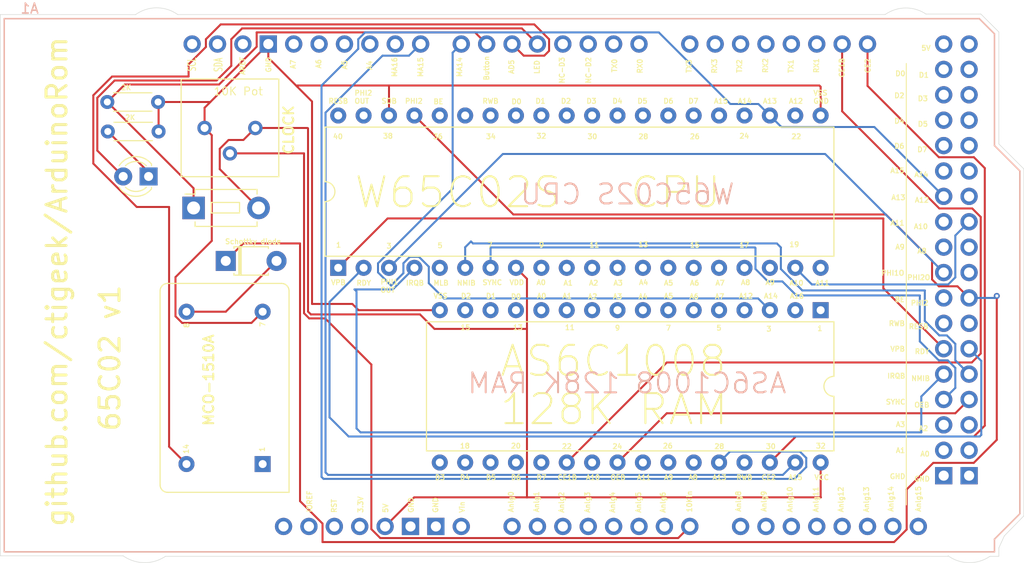
<source format=kicad_pcb>
(kicad_pcb (version 20240108) (generator "pcbnew") (generator_version "8.0")
  (layers (0 "F.Cu" signal) (1 "In1.Cu" signal) (2 "In2.Cu" signal) (31 "B.Cu" signal) (34 "B.Paste" user) (35 "F.Paste" user) (36 "B.SilkS" user "B.Silkscreen") (37 "F.SilkS" user "F.Silkscreen") (38 "B.Mask" user) (39 "F.Mask" user) (44 "Edge.Cuts" user))
  (net 0 "")
  (net 1 "/A7")
  (net 4 "/D3")
  (net 5 "/VPB")
  (net 6 "/A2")
  (net 9 "/D0")
  (net 10 "/A3")
  (net 14 "/D6")
  (net 15 "/D7")
  (net 16 "/RWB")
  (net 18 "Net-(A1-PadD6)")
  (net 20 "/IRQB")
  (net 21 "/A1")
  (net 22 "/LED")
  (net 27 "/PHI1O")
  (net 28 "/A9")
  (net 34 "Net-(A1-PadA7)")
  (net 39 "/MA15")
  (net 40 "/A13")
  (net 41 "/RDY")
  (net 42 "/A15")
  (net 44 "/MA14")
  (net 45 "/NMIB")
  (net 47 "/SYNC")
  (net 49 "/5V1")
  (net 52 "/MA16")
  (net 53 "/A0")
  (net 54 "/D2")
  (net 55 "/A4")
  (net 59 "/A10")
  (net 60 "/A11")
  (net 62 "/D1")
  (net 64 "/PHI2O")
  (net 65 "/D4")
  (net 66 "/A5")
  (net 67 "Net-(D1-A)")
  (net 71 "/D5")
  (net 72 "/BE")
  (net 73 "/RESB")
  (net 75 "/A12")
  (net 77 "/A14")
  (net 79 "/A8")
  (net 80 "/A6")
  (net 83 "/PHI2")
  (net 84 "/OEB")
  (net 85 "/CE1B")
  (net 86 "/CE2")
  (net 88 "/GND1")
  (net 89 "Net-(D2-K)")
  (net 91 "/AD5")
  (footprint "Potentiometer_THT:Potentiometer_Bourns_3386P_Vertical" (layer "F.Cu") (at 119.55 64.7 -90)
    (property "Reference" "RV1" (hide yes))
    (property "Value" "R_Potentiometer_US" (hide yes))
  )
  (footprint "Package_DIP:DIP-32_W15.24mm" (layer "F.Cu") (at 181.18 82.925 -90)
    (property "Reference" "U2" (hide yes))
    (property "Value" "AS6C1008-xxP" (hide yes))
  )
  (footprint "Button_Switch_THT:SW_PUSH_1P1T_6x3.5mm_H4.3_APEM_MJTP1243" (layer "F.Cu") (at 118.45 72.7)
    (property "Reference" "SW1" (hide yes))
    (property "Value" "SW_Push" (hide yes))
  )
  (footprint "Package_DIP:DIP-40_W15.24mm" (layer "F.Cu") (at 132.92 78.69 90)
    (property "Reference" "U1" (hide yes))
    (property "Value" "W65C02SxP" (hide yes))
  )
  (footprint "Resistor_THT:R_Axial_DIN0204_L3.6mm_D1.6mm_P5.08mm_Horizontal" (layer "F.Cu") (at 114.9 62.1 180)
    (property "Reference" "R1" (hide yes))
    (property "Value" "2k")
  )
  (footprint "Diode_THT:D_T-1_P5.08mm_Horizontal" (layer "F.Cu") (at 121.67 78)
    (property "Reference" "D1" (hide yes))
    (property "Value" "D_Schottky" (hide yes))
  )
  (footprint "arduino-library:Arduino_Mega2560_R3_Shield" (layer "F.Cu") (at 99.51 107.101118)
    (property "Reference" "A1")
    (property "Value" "Arduino_Mega2560_R3_Shield")
    (fp_line (start -0.4 -53.75) (end -0.4 0.4) (stroke (width 0.05)) (layer "Edge.Cuts"))
    (fp_line (start -0.4 0.4) (end 11.9 0.4) (stroke (width 0.05)) (layer "Edge.Cuts"))
    (fp_line (start 13.14063 -53.743307) (end -0.4 -53.75) (stroke (width 0.05)) (layer "Edge.Cuts"))
    (fp_line (start 16.131633 0.447063) (end 94.4 0.45) (stroke (width 0.05)) (layer "Edge.Cuts"))
    (fp_line (start 88.132352 -53.753782) (end 17.35 -53.75) (stroke (width 0.05)) (layer "Edge.Cuts"))
    (fp_line (start 94.4 0.45) (end 94.433403 0.403391) (stroke (width 0.05)) (layer "Edge.Cuts"))
    (fp_line (start 97.7 -53.8) (end 92.2 -53.8) (stroke (width 0.05)) (layer "Edge.Cuts"))
    (fp_line (start 99.5 -52) (end 97.7 -53.8) (stroke (width 0.05)) (layer "Edge.Cuts"))
    (fp_line (start 99.5 -40.8) (end 99.5 -52) (stroke (width 0.05)) (layer "Edge.Cuts"))
    (fp_line (start 99.5 -0.4) (end 99.5 0.45) (stroke (width 0.05)) (layer "Edge.Cuts"))
    (fp_line (start 99.5 0.45) (end 98.6 0.45) (stroke (width 0.05)) (layer "Edge.Cuts"))
    (fp_line (start 100.05 -1.6) (end 99.5 -0.4) (stroke (width 0.05)) (layer "Edge.Cuts"))
    (fp_line (start 102 -38.3) (end 99.5 -40.8) (stroke (width 0.05)) (layer "Edge.Cuts"))
    (fp_line (start 102 -3.6) (end 100.05 -1.6) (stroke (width 0.05)) (layer "Edge.Cuts"))
    (fp_line (start 102 -3.6) (end 102 -38.3) (stroke (width 0.05)) (layer "Edge.Cuts"))
    (fp_arc (start 13.14063 -53.743307) (mid 15.244243 -54.421114) (end 17.35 -53.75) (stroke (width 0.05)) (layer "Edge.Cuts"))
    (fp_arc (start 16.131633 0.447063) (mid 14.0085 1.08139) (end 11.9 0.399999) (stroke (width 0.05)) (layer "Edge.Cuts"))
    (fp_arc (start 88.132352 -53.753782) (mid 90.159036 -54.405318) (end 92.2 -53.8) (stroke (width 0.05)) (layer "Edge.Cuts"))
    (fp_arc (start 98.6 0.45) (mid 96.509357 1.083297) (end 94.433403 0.403391) (stroke (width 0.05)) (layer "Edge.Cuts"))
  )
  (footprint "Oscillator:Oscillator_DIP-14" (layer "F.Cu") (at 125.36 98.32 90)
    (property "Reference" "Y1" (hide yes))
    (property "Value" "1MHz")
  )
  (footprint "Resistor_THT:R_Axial_DIN0204_L3.6mm_D1.6mm_P5.08mm_Horizontal" (layer "F.Cu") (at 114.95 65.05 180)
    (property "Reference" "R2" (hide yes))
    (property "Value" "2k")
  )
  (footprint "LED_THT:LED_D3.0mm" (layer "F.Cu") (at 113.95 69.55 180)
    (property "Reference" "D2" (hide yes))
    (property "Value" "LED" (hide yes))
  )
  (gr_line (start 189.75 58.25) (end 189.75 102.4) (stroke (width 0.1)) (layer "F.SilkS"))
  (gr_text "AS6C1008 128K RAM" (at 177.9 91.4 0) (layer "B.SilkS") (effects (font (size 2 2) (thickness 0.2)) (justify left bottom mirror)))
  (gr_text "W65C02S CPU" (at 172.7 72.5 0) (layer "B.SilkS") (effects (font (size 2 2) (thickness 0.2)) (justify left bottom mirror)))
  (gr_text "A15" (at 177.9 99.95 0) (layer "F.SilkS") (effects (font (size 0.5 0.5) (thickness 0.1)) (justify left bottom)))
  (gr_text "A5" (at 165.45 80.5 0) (layer "F.SilkS") (effects (font (size 0.5 0.5) (thickness 0.1)) (justify left bottom)))
  (gr_text "A6" (at 168.05 80.5 0) (layer "F.SilkS") (effects (font (size 0.5 0.5) (thickness 0.1)) (justify left bottom)))
  (gr_text "A7" (at 170.6 80.5 0) (layer "F.SilkS") (effects (font (size 0.5 0.5) (thickness 0.1)) (justify left bottom)))
  (gr_text "D4" (at 188.5 64.3 0) (layer "F.SilkS") (effects (font (size 0.5 0.5) (thickness 0.1)) (justify left bottom)))
  (gr_text "A4" (at 162.9 81.85 0) (layer "F.SilkS") (effects (font (size 0.5 0.5) (thickness 0.1)) (justify left bottom)))
  (gr_text "MLB" (at 142.4 80.5 0) (layer "F.SilkS") (effects (font (size 0.5 0.5) (thickness 0.1)) (justify left bottom)))
  (gr_text "TX1" (at 178.5 59.25 90) (layer "F.SilkS") (effects (font (size 0.5 0.5) (thickness 0.1)) (justify left bottom)))
  (gr_text "RESB" (at 131.9 62.3 0) (layer "F.SilkS") (effects (font (size 0.5 0.5) (thickness 0.1)) (justify left bottom)))
  (gr_text "65C02 v1" (at 111.25 95.2 90) (layer "F.SilkS") (effects (font (size 2 2) (thickness 0.3)) (justify left bottom)))
  (gr_text "Anlg12" (at 183.5 103.2 90) (layer "F.SilkS") (effects (font (size 0.5 0.5) (thickness 0.1)) (justify left bottom)))
  (gr_text "A3" (at 160.35 81.85 0) (layer "F.SilkS") (effects (font (size 0.5 0.5) (thickness 0.1)) (justify left bottom)))
  (gr_text "Anlg9" (at 175.8 103.15 90) (layer "F.SilkS") (effects (font (size 0.5 0.5) (thickness 0.1)) (justify left bottom)))
  (gr_text "A9" (at 188.6 76.9 0) (layer "F.SilkS") (effects (font (size 0.5 0.5) (thickness 0.1)) (justify left bottom)))
  (gr_text "D3" (at 190.85 62.05 0) (layer "F.SilkS") (effects (font (size 0.5 0.5) (thickness 0.1)) (justify left bottom)))
  (gr_text "IRQB" (at 187.8 89.8 0) (layer "F.SilkS") (effects (font (size 0.5 0.5) (thickness 0.1)) (justify left bottom)))
  (gr_text "Anlg14" (at 188.5 103.15 90) (layer "F.SilkS") (effects (font (size 0.5 0.5) (thickness 0.1)) (justify left bottom)))
  (gr_text "SYNC" (at 147.3 80.45 0) (layer "F.SilkS") (effects (font (size 0.5 0.5) (thickness 0.1)) (justify left bottom)))
  (gr_text "SOB" (at 137.2 62.3 0) (layer "F.SilkS") (effects (font (size 0.5 0.5) (thickness 0.1)) (justify left bottom)))
  (gr_text "D3" (at 142.55 99.95 0) (layer "F.SilkS") (effects (font (size 0.5 0.5) (thickness 0.1)) (justify left bottom)))
  (gr_text "Button" (at 148.05 60 90) (layer "F.SilkS") (effects (font (size 0.5 0.5) (thickness 0.1)) (justify left bottom)))
  (gr_text "D7" (at 167.9 62.3 0) (layer "F.SilkS") (effects (font (size 0.5 0.5) (thickness 0.1)) (justify left bottom)))
  (gr_text "A2" (at 157.85 81.85 0) (layer "F.SilkS") (effects (font (size 0.5 0.5) (thickness 0.1)) (justify left bottom)))
  (gr_text "CE1B" (at 154.8 99.95 0) (layer "F.SilkS") (effects (font (size 0.5 0.5) (thickness 0.1)) (justify left bottom)))
  (gr_text "9" (at 160.55 85 0) (layer "F.SilkS") (effects (font (size 0.5 0.5) (thickness 0.1)) (justify left bottom)))
  (gr_text "RWB" (at 172.7 99.95 0) (layer "F.SilkS") (effects (font (size 0.5 0.5) (thickness 0.1)) (justify left bottom)))
  (gr_text "D7" (at 152.7 99.95 0) (layer "F.SilkS") (effects (font (size 0.5 0.5) (thickness 0.1)) (justify left bottom)))
  (gr_text "SCL" (at 118.75 59.1 90) (layer "F.SilkS") (effects (font (size 0.8 0.5) (thickness 0.1)) (justify left bottom)))
  (gr_text "Anlg8" (at 173.25 103.15 90) (layer "F.SilkS") (effects (font (size 0.5 0.5) (thickness 0.1)) (justify left bottom)))
  (gr_text "D1" (at 147.65 81.8 0) (layer "F.SilkS") (effects (font (size 0.5 0.5) (thickness 0.1)) (justify left bottom)))
  (gr_text "A5" (at 165.45 81.8 0) (layer "F.SilkS") (effects (font (size 0.5 0.5) (thickness 0.1)) (justify left bottom)))
  (gr_text "GND" (at 126.25 59.2 90) (layer "F.SilkS") (effects (font (size 0.5 0.5) (thickness 0.1)) (justify left bottom)))
  (gr_text "D1" (at 190.95 59.7 0) (layer "F.SilkS") (effects (font (size 0.5 0.5) (thickness 0.1)) (justify left bottom)))
  (gr_text "VPB" (at 132.15 80.45 0) (layer "F.SilkS") (effects (font (size 0.5 0.5) (thickness 0.1)) (justify left bottom)))
  (gr_text "2K" (at 111.55 63.95 0) (layer "F.SilkS") (effects (font (size 0.5 0.5) (thickness 0.1)) (justify left bottom)))
  (gr_text "Anlg11" (at 181 103.2 90) (layer "F.SilkS") (effects (font (size 0.5 0.5) (thickness 0.1)) (justify left bottom)))
  (gr_text "10K Pot" (at 120.4 61.5 0) (layer "F.SilkS") (effects (font (size 0.8 0.8) (thickness 0.1)) (justify left bottom)))
  (gr_text "D3" (at 157.7 62.3 0) (layer "F.SilkS") (effects (font (size 0.5 0.5) (thickness 0.1)) (justify left bottom)))
  (gr_text "A1" (at 155.3 81.8 0) (layer "F.SilkS") (effects (font (size 0.5 0.5) (thickness 0.1)) (justify left bottom)))
  (gr_text "A9" (at 175.6 80.45 0) (layer "F.SilkS") (effects (font (size 0.5 0.5) (thickness 0.1)) (justify left bottom)))
  (gr_text "5V" (at 137.95 103.25 90) (layer "F.SilkS") (effects (font (size 0.5 0.5) (thickness 0.1)) (justify left bottom)))
  (gr_text "15" (at 168.05 76.7 0) (layer "F.SilkS") (effects (font (size 0.5 0.5) (thickness 0.1)) (justify left bottom)))
  (gr_text "Anlg1" (at 153.05 103.2 90) (layer "F.SilkS") (effects (font (size 0.5 0.5) (thickness 0.1)) (justify left bottom)))
  (gr_text "OEB" (at 190.5 92.7 0) (layer "F.SilkS") (effects (font (size 0.5 0.5) (thickness 0.1)) (justify left bottom)))
  (gr_text "VCC" (at 180.5 99.95 0) (layer "F.SilkS") (effects (font (size 0.5 0.5) (thickness 0.1)) (justify left bottom)))
  (gr_text "SDA" (at 121.4 59.15 90) (layer "F.SilkS") (effects (font (size 0.8 0.5) (thickness 0.1)) (justify left bottom)))
  (gr_text "LED" (at 153.1 59.35 90) (layer "F.SilkS") (effects (font (size 0.5 0.5) (thickness 0.1)) (justify left bottom)))
  (gr_text "RWB" (at 147.3 62.3 0) (layer "F.SilkS") (effects (font (size 0.5 0.5) (thickness 0.1)) (justify left bottom)))
  (gr_text "A0" (at 152.7 80.45 0) (layer "F.SilkS") (effects (font (size 0.5 0.5) (thickness 0.1)) (justify left bottom)))
  (gr_text "RESB" (at 189.95 84.85 0) (layer "F.SilkS") (effects (font (size 0.5 0.5) (thickness 0.1)) (justify left bottom)))
  (gr_text "A0" (at 191.1 97.6 0) (layer "F.SilkS") (effects (font (size 0.5 0.5) (thickness 0.1)) (justify left bottom)))
  (gr_text "Vin" (at 145.6 103.25 90) (layer "F.SilkS") (effects (font (size 0.5 0.5) (thickness 0.1)) (justify left bottom)))
  (gr_text "14" (at 118 97.35 90) (layer "F.SilkS") (effects (font (size 0.5 0.5) (thickness 0.1)) (justify left bottom)))
  (gr_text "A6" (at 131.25 58.8 90) (layer "F.SilkS") (effects (font (size 0.5 0.5) (thickness 0.1)) (justify left bottom)))
  (gr_text "PHI1O" (at 187.2 79.5 0) (layer "F.SilkS") (effects (font (size 0.5 0.5) (thickness 0.1)) (justify left bottom)))
  (gr_text "TX3" (at 168.3 59.25 90) (layer "F.SilkS") (effects (font (size 0.5 0.5) (thickness 0.1)) (justify left bottom)))
  (gr_text "CE2" (at 175.2 99.95 0) (layer "F.SilkS") (effects (font (size 0.5 0.5) (thickness 0.1)) (justify left bottom)))
  (gr_text "A13" (at 188.2 71.95 0) (layer "F.SilkS") (effects (font (size 0.5 0.5) (thickness 0.1)) (justify left bottom)))
  (gr_text "VSS\nGND" (at 180.4 62.3 0) (layer "F.SilkS") (effects (font (size 0.5 0.5) (thickness 0.1)) (justify left bottom)))
  (gr_text "A7" (at 128.7 58.85 90) (layer "F.SilkS") (effects (font (size 0.5 0.5) (thickness 0.1)) (justify left bottom)))
  (gr_text "RDY" (at 134.7 80.5 0) (layer "F.SilkS") (effects (font (size 0.5 0.5) (thickness 0.1)) (justify left bottom)))
  (gr_text "A11" (at 162.75 99.95 0) (layer "F.SilkS") (effects (font (size 0.5 0.5) (thickness 0.1)) (justify left bottom)))
  (gr_text "13" (at 162.9 76.65 0) (layer "F.SilkS") (effects (font (size 0.5 0.5) (thickness 0.1)) (justify left bottom)))
  (gr_text "IOREF" (at 130.35 103.2 90) (layer "F.SilkS") (effects (font (size 0.5 0.5) (thickness 0.1)) (justify left bottom)))
  (gr_text "NC-D3" (at 155.6 60.3 90) (layer "F.SilkS") (effects (font (size 0.5 0.5) (thickness 0.1)) (justify left bottom)))
  (gr_text "2K" (at 111.15 60.95 0) (layer "F.SilkS") (effects (font (size 0.5 0.5) (thickness 0.1)) (justify left bottom)))
  (gr_text "D5" (at 190.85 64.6 0) (layer "F.SilkS") (effects (font (size 0.5 0.5) (thickness 0.1)) (justify left bottom)))
  (gr_text "D0" (at 150.15 81.85 0) (layer "F.SilkS") (effects (font (size 0.5 0.5) (thickness 0.1)) (justify left bottom)))
  (gr_text "7" (at 165.65 85 0) (layer "F.SilkS") (effects (font (size 0.5 0.5) (thickness 0.1)) (justify left bottom)))
  (gr_text "MA14" (at 145.35 59.65 90) (layer "F.SilkS") (effects (font (size 0.5 0.5) (thickness 0.1)) (justify left bottom)))
  (gr_text "RWB" (at 187.95 84.55 0) (layer "F.SilkS") (effects (font (size 0.5 0.5) (thickness 0.1)) (justify left bottom)))
  (gr_text "A8" (at 190.8 77.3 0) (layer "F.SilkS") (effects (font (size 0.5 0.5) (thickness 0.1)) (justify left bottom)))
  (gr_text "Anlg0" (at 150.5 103.2 90) (layer "F.SilkS") (effects (font (size 0.5 0.5) (thickness 0.1)) (justify left bottom)))
  (gr_text "NMIB" (at 190.2 90.05 0) (layer "F.SilkS") (effects (font (size 0.5 0.5) (thickness 0.1)) (justify left bottom)))
  (gr_text "5V" (at 191.2 57 0) (layer "F.SilkS") (effects (font (size 0.5 0.5) (thickness 0.1)) (justify left bottom)))
  (gr_text "A2" (at 157.95 80.5 0) (layer "F.SilkS") (effects (font (size 0.5 0.5) (thickness 0.1)) (justify left bottom)))
  (gr_text "CE1B" (at 183.6 59.7 90) (layer "F.SilkS") (effects (font (size 0.5 0.5) (thickness 0.1)) (justify left bottom)))
  (gr_text "A15" (at 170.45 62.3 0) (layer "F.SilkS") (effects (font (size 0.5 0.5) (thickness 0.1)) (justify left bottom)))
  (gr_text "11" (at 158 76.7 0) (layer "F.SilkS") (effects (font (size 0.5 0.5) (thickness 0.1)) (justify left bottom)))
  (gr_text "D6" (at 188.5 66.8 0) (layer "F.SilkS") (effects (font (size 0.5 0.5) (thickness 0.1)) (justify left bottom)))
  (gr_text "D4" (at 145.05 99.95 0) (layer "F.SilkS") (effects (font (size 0.5 0.5) (thickness 0.1)) (justify left bottom)))
  (gr_text "BE" (at 142.4 62.35 0) (layer "F.SilkS") (effects (font (size 0.5 0.5) (thickness 0.1)) (justify left bottom)))
  (gr_text "A3" (at 160.4 80.5 0) (layer "F.SilkS") (effects (font (size 0.5 0.5) (thickness 0.1)) (justify left bottom)))
  (gr_text "VSS" (at 142.4 81.8 0) (layer "F.SilkS") (effects (font (size 0.5 0.5) (thickness 0.1)) (justify left bottom)))
  (gr_text "17" (at 173 76.7 0) (layer "F.SilkS") (effects (font (size 0.5 0.5) (thickness 0.1)) (justify left bottom)))
  (gr_text "GND" (at 190.5 100.1 0) (layer "F.SilkS") (effects (font (size 0.5 0.5) (thickness 0.1)) (justify left bottom)))
  (gr_text "TX0" (at 160.85 59.2 90) (layer "F.SilkS") (effects (font (size 0.5 0.5) (thickness 0.1)) (justify left bottom)))
  (gr_text "22" (at 178.2 65.85 0) (layer "F.SilkS") (effects (font (size 0.5 0.5) (thickness 0.1)) (justify left bottom)))
  (gr_text "CLOCK" (at 128.55 67.45 90) (layer "F.SilkS") (effects (font (size 1 1) (thickness 0.2) (bold yes)) (justify left bottom)))
  (gr_text "20" (at 150.15 96.8 0) (layer "F.SilkS") (effects (font (size 0.5 0.5) (thickness 0.1)) (justify left bottom)))
  (gr_text "SYNC" (at 187.65 92.4 0) (layer "F.SilkS") (effects (font (size 0.5 0.5) (thickness 0.1)) (justify left bottom)))
  (gr_text "A16" (at 178.05 81.8 0) (layer "F.SilkS") (effects (font (size 0.5 0.5) (thickness 0.1)) (justify left bottom)))
  (gr_text "A10" (at 178 80.5 0) (layer "F.SilkS") (effects (font (size 0.5 0.5) (thickness 0.1)) (justify left bottom)))
  (gr_text "9" (at 152.95 76.7 0) (layer "F.SilkS") (effects (font (size 0.5 0.5) (thickness 0.1)) (justify left bottom)))
  (gr_text "A15" (at 188.1 69.25 0) (layer "F.SilkS") (effects (font (size 0.5 0.5) (thickness 0.1)) (justify left bottom)))
  (gr_text "A1" (at 188.65 97.25 0) (layer "F.SilkS") (effects (font (size 0.5 0.5) (thickness 0.1)) (justify left bottom)))
  (gr_text "30" (at 175.65 96.85 0) (layer "F.SilkS") (effects (font (size 0.5 0.5) (thickness 0.1)) (justify left bottom)))
  (gr_text "A11" (at 180.6 80.5 0) (layer "F.SilkS") (effects (font (size 0.5 0.5) (thickness 0.1)) (justify left bottom)))
  (gr_text "A13" (at 170.3 99.95 0) (layer "F.SilkS") (effects (font (size 0.5 0.5) (thickness 0.1)) (justify left bottom)))
  (gr_text "Anlg3" (at 158.15 103.25 90) (layer "F.SilkS") (effects (font (size 0.5 0.5) (thickness 0.1)) (justify left bottom)))
  (gr_text "A14" (at 172.85 62.3 0) (layer "F.SilkS") (effects (font (size 0.5 0.5) (thickness 0.1)) (justify left bottom)))
  (gr_text "RX3" (at 170.85 59.3 90) (layer "F.SilkS") (effects (font (size 0.5 0.5) (thickness 0.1)) (justify left bottom)))
  (gr_text "NMIB" (at 144.75 80.5 0) (layer "F.SilkS") (effects (font (size 0.5 0.5) (thickness 0.1)) (justify left bottom)))
  (gr_text "D6" (at 165.4 62.3 0) (layer "F.SilkS") (effects (font (size 0.5 0.5) (thickness 0.1)) (justify left bottom)))
  (gr_text "D0" (at 188.6 59.55 0) (layer "F.SilkS") (effects (font (size 0.5 0.5) (thickness 0.1)) (justify left bottom)))
  (gr_text "VPB" (at 188.1 87.1 0) (layer "F.SilkS") (effects (font (size 0.5 0.5) (thickness 0.1)) (justify left bottom)))
  (gr_text "A11" (at 188.1 74.5 0) (layer "F.SilkS") (effects (font (size 0.5 0.5) (thickness 0.1)) (justify left bottom)))
  (gr_text "5" (at 170.7 85 0) (layer "F.SilkS") (effects (font (size 0.5 0.5) (thickness 0.1)) (justify left bottom)))
  (gr_text "D4" (at 160.3 62.3 0) (layer "F.SilkS") (effects (font (size 0.5 0.5) (thickness 0.1)) (justify left bottom)))
  (gr_text "A8" (at 167.9 99.95 0) (layer "F.SilkS") (effects (font (size 0.5 0.5) (thickness 0.1)) (justify left bottom)))
  (gr_text "PHI1\nOUT" (at 137.1 81.2 0) (layer "F.SilkS") (effects (font (size 0.5 0.5) (thickness 0.1)) (justify left bottom)))
  (gr_text "A2" (at 190.95 95.05 0) (layer "F.SilkS") (effects (font (size 0.5 0.5) (thickness 0.1)) (justify left bottom)))
  (gr_text "10Kin" (at 168.35 103.2 90) (layer "F.SilkS") (effects (font (size 0.5 0.5) (thickness 0.1)) (justify left bottom)))
  (gr_text "A5" (at 133.85 58.9 90) (layer "F.SilkS") (effects (font (size 0.5 0.5) (thickness 0.1)) (justify left bottom)))
  (gr_text "19" (at 178 76.65 0) (layer "F.SilkS") (effects (font (size 0.5 0.5) (thickness 0.1)) (justify left bottom)))
  (gr_text "D1" (at 152.6 62.3 0) (layer "F.SilkS") (effects (font (size 0.5 0.5) (thickness 0.1)) (justify left bottom)))
  (gr_text "30" (at 157.8 65.85 0) (layer "F.SilkS") (effects (font (size 0.5 0.5) (thickness 0.1)) (justify left bottom)))
  (gr_text "GND" (at 140.5 103.25 90) (layer "F.SilkS") (effects (font (size 0.5 0.5) (thickness 0.1)) (justify left bottom)))
  (gr_text "D5" (at 147.65 99.95 0) (layer "F.SilkS") (effects (font (size 0.5 0.5) (thickness 0.1)) (justify left bottom)))
  (gr_text "RX1" (at 181.05 59.25 90) (layer "F.SilkS") (effects (font (size 0.5 0.5) (thickness 0.1)) (justify left bottom)))
  (gr_text "A12" (at 177.95 62.3 0) (layer "F.SilkS") (effects (font (size 0.5 0.5) (thickness 0.1)) (justify left bottom)))
  (gr_text "24" (at 173 65.8 0) (layer "F.SilkS") (effects (font (size 0.5 0.5) (thickness 0.1)) (justify left bottom)))
  (gr_text "A4" (at 162.95 80.45 0) (layer "F.SilkS") (effects (font (size 0.5 0.5) (thickness 0.1)) (justify left bottom)))
  (gr_text "A6" (at 168 81.85 0) (layer "F.SilkS") (effects (font (size 0.5 0.5) (thickness 0.1)) (justify left bottom)))
  (gr_text "A4" (at 136.35 58.95 90) (layer "F.SilkS") (effects (font (size 0.5 0.5) (thickness 0.1)) (justify left bottom)))
  (gr_text "7" (at 147.8 76.7 0) (layer "F.SilkS") (effects (font (size 0.5 0.5) (thickness 0.1)) (justify left bottom)))
  (gr_text "D6" (at 150.15 99.95 0) (layer "F.SilkS") (effects (font (size 0.5 0.5) (thickness 0.1)) (justify left bottom)))
  (gr_text "MA16" (at 138.85 59.65 90) (layer "F.SilkS") (effects (font (size 0.5 0.5) (thickness 0.1)) (justify left bottom)))
  (gr_text "A9" (at 165.45 99.95 0) (layer "F.SilkS") (effects (font (size 0.5 0.5) (thickness 0.1)) (justify left bottom)))
  (gr_text "A0" (at 152.75 81.8 0) (layer "F.SilkS") (effects (font (size 0.5 0.5) (thickness 0.1)) (justify left bottom)))
  (gr_text "40" (at 132.35 65.85 0) (layer "F.SilkS") (effects (font (size 0.5 0.5) (thickness 0.1)) (justify left bottom)))
  (gr_text "15" (at 145.1 84.95 0) (layer "F.SilkS") (effects (font (size 0.5 0.5) (thickness 0.1)) (justify left bottom)))
  (gr_text "Anlg10" (at 178.4 103.2 90) (layer "F.SilkS") (effects (font (size 0.5 0.5) (thickness 0.1)) (justify left bottom)))
  (gr_text "8" (at 118.05 84.75 90) (layer "F.SilkS") (effects (font (size 0.5 0.5) (thickness 0.1)) (justify left bottom)))
  (gr_text "A8" (at 173.15 80.45 0) (layer "F.SilkS") (effects (font (size 0.5 0.5) (thickness 0.1)) (justify left bottom)))
  (gr_text "Anlg2" (at 155.55 103.25 90) (layer "F.SilkS") (effects (font (size 0.5 0.5) (thickness 0.1)) (justify left bottom)))
  (gr_text "A14" (at 190.5 69.65 0) (layer "F.SilkS") (effects (font (size 0.5 0.5) (thickness 0.1)) (justify left bottom)))
  (gr_text "38" (at 137.35 65.8 0) (layer "F.SilkS") (effects (font (size 0.5 0.5) (thickness 0.1)) (justify left bottom)))
  (gr_text "GND" (at 142.95 103.25 90) (layer "F.SilkS") (effects (font (size 0.5 0.5) (thickness 0.1)) (justify left bottom)))
  (gr_text "7" (at 125.65 84.65 90) (layer "F.SilkS") (effects (font (size 0.5 0.5) (thickness 0.1)) (justify left bottom)))
  (gr_text "24" (at 160.3 96.85 0) (layer "F.SilkS") (effects (font (size 0.5 0.5) (thickness 0.1)) (justify left bottom)))
  (gr_text "D2" (at 188.5 61.75 0) (layer "F.SilkS") (effects (font (size 0.5 0.5) (thickness 0.1)) (justify left bottom)))
  (gr_text "RST" (at 132.8 103.25 90) (layer "F.SilkS") (effects (font (size 0.5 0.5) (thickness 0.1)) (justify left bottom)))
  (gr_text "NC-D2" (at 158.25 60.3 90) (layer "F.SilkS") (effects (font (size 0.5 0.5) (thickness 0.1)) (justify left bottom)))
  (gr_text "Anlg4" (at 160.65 103.25 90) (layer "F.SilkS") (effects (font (size 0.5 0.5) (thickness 0.1)) (justify left bottom)))
  (gr_text "36" (at 142.35 65.85 0) (layer "F.SilkS") (effects (font (size 0.5 0.5) (thickness 0.1)) (justify left bottom)))
  (gr_text "Anlg15" (at 191.25 103.15 90) (layer "F.SilkS") (effects (font (size 0.5 0.5) (thickness 0.1)) (justify left bottom)))
  (gr_text "A10" (at 157.65 99.95 0) (layer "F.SilkS") (effects (font (size 0.5 0.5) (thickness 0.1)) (justify left bottom)))
  (gr_text "D2	" (at 155.15 62.3 0) (layer "F.SilkS") (effects (font (size 0.5 0.5) (thickness 0.1)) (justify left bottom)))
  (gr_text "3" (at 137.7 76.8 0) (layer "F.SilkS") (effects (font (size 0.5 0.5) (thickness 0.1)) (justify left bottom)))
  (gr_text "AD5" (at 150.55 59.35 90) (layer "F.SilkS") (effects (font (size 0.5 0.5) (thickness 0.1)) (justify left bottom)))
  (gr_text "A3" (at 188.65 94.65 0) (layer "F.SilkS") (effects (font (size 0.5 0.5) (thickness 0.1)) (justify left bottom)))
  (gr_text "CE2" (at 186.2 59.25 90) (layer "F.SilkS") (effects (font (size 0.5 0.5) (thickness 0.1)) (justify left bottom)))
  (gr_text "18" (at 145.05 96.8 0) (layer "F.SilkS") (effects (font (size 0.5 0.5) (thickness 0.1)) (justify left bottom)))
  (gr_text "D5" (at 162.8 62.3 0) (layer "F.SilkS") (effects (font (size 0.5 0.5) (thickness 0.1)) (justify left bottom)))
  (gr_text "D7" (at 190.8 67.15 0) (layer "F.SilkS") (effects (font (size 0.5 0.5) (thickness 0.1)) (justify left bottom)))
  (gr_text "Schottky diode" (at 121.55 76.35 0) (layer "F.SilkS") (effects (font (size 0.5 0.5) (thickness 0.1)) (justify left bottom)))
  (gr_text "PHI2" (at 190.15 82.5 0) (layer "F.SilkS") (effects (font (size 0.5 0.5) (thickness 0.1)) (justify left bottom)))
  (gr_text "GND" (at 188.05 99.85 0) (layer "F.SilkS") (effects (font (size 0.5 0.5) (thickness 0.1)) (justify left bottom)))
  (gr_text "A10" (at 190.45 74.85 0) (layer "F.SilkS") (effects (font (size 0.5 0.5) (thickness 0.1)) (justify left bottom)))
  (gr_text "VDD" (at 150 80.45 0) (layer "F.SilkS") (effects (font (size 0.5 0.5) (thickness 0.1)) (justify left bottom)))
  (gr_text "AREF" (at 123.65 59.45 90) (layer "F.SilkS") (effects (font (size 0.5 0.5) (thickness 0.1)) (justify left bottom)))
  (gr_text "26" (at 165.35 96.8 0) (layer "F.SilkS") (effects (font (size 0.5 0.5) (thickness 0.1)) (justify left bottom)))
  (gr_text "A12" (at 190.55 72.2 0) (layer "F.SilkS") (effects (font (size 0.5 0.5) (thickness 0.1)) (justify left bottom)))
  (gr_text "PHI2\nOUT" (at 134.5 62.3 0) (layer "F.SilkS") (effects (font (size 0.5 0.5) (thickness 0.1)) (justify left bottom)))
  (gr_text "RX2" (at 175.95 59.25 90) (layer "F.SilkS") (effects (font (size 0.5 0.5) (thickness 0.1)) (justify left bottom)))
  (gr_text "PHI2O" (at 189.8 79.95 0) (layer "F.SilkS") (effects (font (size 0.5 0.5) (thickness 0.1)) (justify left bottom)))
  (gr_text "5" (at 142.8 76.75 0) (layer "F.SilkS") (effects (font (size 0.5 0.5) (thickness 0.1)) (justify left bottom)))
  (gr_text "22" (at 155.25 96.85 0) (layer "F.SilkS") (effects (font (size 0.5 0.5) (thickness 0.1)) (justify left bottom)))
  (gr_text "W65C02S   CPU" (at 134.4 72.9 0) (layer "F.SilkS") (effects (font (size 3 3) (thickness 0.2)) (justify left bottom)))
  (gr_text "TX2" (at 173.35 59.25 90) (layer "F.SilkS") (effects (font (size 0.5 0.5) (thickness 0.1)) (justify left bottom)))
  (gr_text "AS6C1008\n128K RAM" (at 148.95 94.6 0) (layer "F.SilkS") (effects (font (size 3 3) (thickness 0.2)) (justify left bottom)))
  (gr_text "A14" (at 175.45 81.8 0) (layer "F.SilkS") (effects (font (size 0.5 0.5) (thickness 0.1)) (justify left bottom)))
  (gr_text "A1" (at 155.4 80.5 0) (layer "F.SilkS") (effects (font (size 0.5 0.5) (thickness 0.1)) (justify left bottom)))
  (gr_text "11" (at 155.55 84.95 0) (layer "F.SilkS") (effects (font (size 0.5 0.5) (thickness 0.1)) (justify left bottom)))
  (gr_text "26" (at 168.05 65.85 0) (layer "F.SilkS") (effects (font (size 0.5 0.5) (thickness 0.1)) (justify left bottom)))
  (gr_text "A12" (at 172.95 81.8 0) (layer "F.SilkS") (effects (font (size 0.5 0.5) (thickness 0.1)) (justify left bottom)))
  (gr_text "32" (at 180.65 96.8 0) (layer "F.SilkS") (effects (font (size 0.5 0.5) (thickness 0.1)) (justify left bottom)))
  (gr_text "BE" (at 188.55 82.15 0) (layer "F.SilkS") (effects (font (size 0.5 0.5) (thickness 0.1)) (justify left bottom)))
  (gr_text "Anlg5" (at 163.25 103.25 90) (layer "F.SilkS") (effects (font (size 0.5 0.5) (thickness 0.1)) (justify left bottom)))
  (gr_text "Anlg13" (at 186.05 103.2 90) (layer "F.SilkS") (effects (font (size 0.5 0.5) (thickness 0.1)) (justify left bottom)))
  (gr_text "PHI2" (at 139.55 62.3 0) (layer "F.SilkS") (effects (font (size 0.5 0.5) (thickness 0.1)) (justify left bottom)))
  (gr_text "A13" (at 175.35 62.3 0) (layer "F.SilkS") (effects (font (size 0.5 0.5) (thickness 0.1)) (justify left bottom)))
  (gr_text "13" (at 150.35 84.95 0) (layer "F.SilkS") (effects (font (size 0.5 0.5) (thickness 0.1)) (justify left bottom)))
  (gr_text "RDY" (at 190.55 87.35 0) (layer "F.SilkS") (effects (font (size 0.5 0.5) (thickness 0.1)) (justify left bottom)))
  (gr_text "1" (at 132.65 76.7 0) (layer "F.SilkS") (effects (font (size 0.5 0.5) (thickness 0.1)) (justify left bottom)))
  (gr_text "1" (at 125.6 97.15 90) (layer "F.SilkS") (effects (font (size 0.5 0.5) (thickness 0.1)) (justify left bottom)))
  (gr_text "1" (at 180.8 85.05 0) (layer "F.SilkS") (effects (font (size 0.5 0.5) (thickness 0.1)) (justify left bottom)))
  (gr_text "28" (at 162.9 65.85 0) (layer "F.SilkS") (effects (font (size 0.5 0.5) (thickness 0.1)) (justify left bottom)))
  (gr_text "IRQB" (at 139.65 80.5 0) (layer "F.SilkS") (effects (font (size 0.5 0.5) (thickness 0.1)) (justify left bottom)))
  (gr_text "34" (at 147.65 65.85 0) (layer "F.SilkS") (effects (font (size 0.5 0.5) (thickness 0.1)) (justify left bottom)))
  (gr_text "MA15" (at 141.45 59.65 90) (layer "F.SilkS") (effects (font (size 0.5 0.5) (thickness 0.1)) (justify left bottom)))
  (gr_text "32" (at 152.7 65.8 0) (layer "F.SilkS") (effects (font (size 0.5 0.5) (thickness 0.1)) (justify left bottom)))
  (gr_text "RX0" (at 163.4 59.3 90) (layer "F.SilkS") (effects (font (size 0.5 0.5) (thickness 0.1)) (justify left bottom)))
  (gr_text "D0" (at 150.2 62.35 0) (layer "F.SilkS") (effects (font (size 0.5 0.5) (thickness 0.1)) (justify left bottom)))
  (gr_text "OEB" (at 160.1 99.95 0) (layer "F.SilkS") (effects (font (size 0.5 0.5) (thickness 0.1)) (justify left bottom)))
  (gr_text "3" (at 175.7 85.1 0) (layer "F.SilkS") (effects (font (size 0.5 0.5) (thickness 0.1)) (justify left bottom)))
  (gr_text "3.3V" (at 135.45 103.25 90) (layer "F.SilkS") (effects (font (size 0.5 0.5) (thickness 0.1)) (justify left bottom)))
  (gr_text "Anlg6" (at 165.7 103.25 90) (layer "F.SilkS") (effects (font (size 0.5 0.5) (thickness 0.1)) (justify left bottom)))
  (gr_text "A7" (at 170.55 81.85 0) (layer "F.SilkS") (effects (font (size 0.5 0.5) (thickness 0.1)) (justify left bottom)))
  (gr_text "D2" (at 145.15 81.8 0) (layer "F.SilkS") (effects (font (size 0.5 0.5) (thickness 0.1)) (justify left bottom)))
  (gr_text "github.com/ctigeek/ArduinoRom" (at 105.95 104.75 90) (layer "F.SilkS") (effects (font (size 2 2) (thickness 0.3)) (justify left bottom)))
  (gr_text "MCO-1510A" (at 120.55 94.6 90) (layer "F.SilkS") (effects (font (size 1 1) (thickness 0.2) (bold yes)) (justify left bottom)))
  (gr_text "28" (at 170.5 96.85 0) (layer "F.SilkS") (effects (font (size 0.5 0.5) (thickness 0.1)) (justify left bottom)))
  (segment (start 132.92 78.69) (end 137.86 73.75) (width 0.2) (layer "F.Cu") (net 5))
  (segment (start 187.45 80.741118) (end 193.49 86.781118) (width 0.2) (layer "F.Cu") (net 5))
  (segment (start 187.45 73.75) (end 187.45 80.741118) (width 0.2) (layer "F.Cu") (net 5))
  (segment (start 137.86 73.75) (end 187.45 73.75) (width 0.2) (layer "F.Cu") (net 5))
  (segment (start 123.081579 58.251118) (end 124.7624 56.570297) (width 0.2) (layer "F.Cu") (net 18))
  (segment (start 121 60.35) (end 123.081579 58.268421) (width 0.2) (layer "F.Cu") (net 18))
  (segment (start 121 60.35) (end 111.57 60.35) (width 0.2) (layer "F.Cu") (net 18))
  (segment (start 118.45 70.73) (end 109.82 62.1) (width 0.2) (layer "F.Cu") (net 18))
  (segment (start 111.57 60.35) (end 109.82 62.1) (width 0.2) (layer "F.Cu") (net 18))
  (segment (start 146.6064 55.137518) (end 147.77 56.301118) (width 0.2) (layer "F.Cu") (net 18))
  (segment (start 124.7624 56.570297) (end 124.7624 55.137518) (width 0.2) (layer "F.Cu") (net 18))
  (segment (start 124.7624 55.137518) (end 146.6064 55.137518) (width 0.2) (layer "F.Cu") (net 18))
  (segment (start 118.45 72.7) (end 118.45 70.73) (width 0.2) (layer "F.Cu") (net 18))
  (segment (start 123.081579 58.268421) (end 123.081579 58.251118) (width 0.2) (layer "F.Cu") (net 18))
  (segment (start 134.55 80.85) (end 138.38 80.85) (width 0.2) (layer "B.Cu") (net 20))
  (segment (start 191.25 95.15) (end 135.15 95.15) (width 0.2) (layer "B.Cu") (net 20))
  (segment (start 134.75 94.75) (end 134.75 81.05) (width 0.2) (layer "B.Cu") (net 20))
  (segment (start 193.49 89.321118) (end 191.25 91.561118) (width 0.2) (layer "B.Cu") (net 20))
  (segment (start 135.15 95.15) (end 134.75 94.75) (width 0.2) (layer "B.Cu") (net 20))
  (segment (start 134.75 81.05) (end 134.55 80.85) (width 0.2) (layer "B.Cu") (net 20))
  (segment (start 138.38 80.85) (end 140.54 78.69) (width 0.2) (layer "B.Cu") (net 20))
  (segment (start 191.25 91.561118) (end 191.25 95.15) (width 0.2) (layer "B.Cu") (net 20))
  (segment (start 122.2224 58.4776) (end 120.75 59.95) (width 0.2) (layer "F.Cu") (net 22))
  (segment (start 108.82 61.68) (end 108.82 66.96) (width 0.2) (layer "F.Cu") (net 22))
  (segment (start 110.55 59.95) (end 108.82 61.68) (width 0.2) (layer "F.Cu") (net 22))
  (segment (start 120.75 59.95) (end 110.55 59.95) (width 0.2) (layer "F.Cu") (net 22))
  (segment (start 123.304021 54.737518) (end 151.2864 54.737518) (width 0.2) (layer "F.Cu") (net 22))
  (segment (start 108.82 66.96) (end 111.41 69.55) (width 0.2) (layer "F.Cu") (net 22))
  (segment (start 122.2224 55.819139) (end 123.304021 54.737518) (width 0.2) (layer "F.Cu") (net 22))
  (segment (start 151.2864 54.737518) (end 152.85 56.301118) (width 0.2) (layer "F.Cu") (net 22))
  (segment (start 122.2224 58.4776) (end 122.2224 55.819139) (width 0.2) (layer "F.Cu") (net 22))
  (segment (start 149.39 67.3) (end 181.628882 67.3) (width 0.2) (layer "B.Cu") (net 27))
  (segment (start 138 78.69) (end 149.39 67.3) (width 0.2) (layer "B.Cu") (net 27))
  (segment (start 181.628882 67.3) (end 193.49 79.161118) (width 0.2) (layer "B.Cu") (net 27))
  (segment (start 130.018629 83.75) (end 129.5 83.231371) (width 0.2) (layer "F.Cu") (net 34))
  (segment (start 131.6172 83.75) (end 136.2336 88.3664) (width 0.2) (layer "F.Cu") (net 34))
  (segment (start 129.49 67.24) (end 122.09 67.24) (width 0.2) (layer "F.Cu") (net 34))
  (segment (start 168.09 104.561118) (end 166.9264 105.724718) (width 0.2) (layer "F.Cu") (net 34))
  (segment (start 129.5 67.25) (end 129.49 67.24) (width 0.2) (layer "F.Cu") (net 34))
  (segment (start 137.128021 105.724718) (end 136.2336 104.830297) (width 0.2) (layer "F.Cu") (net 34))
  (segment (start 130.018629 83.75) (end 131.6172 83.75) (width 0.2) (layer "F.Cu") (net 34))
  (segment (start 129.5 83.231371) (end 129.5 67.25) (width 0.2) (layer "F.Cu") (net 34))
  (segment (start 166.9264 105.724718) (end 137.128021 105.724718) (width 0.2) (layer "F.Cu") (net 34))
  (segment (start 136.2336 104.830297) (end 136.2336 88.3664) (width 0.2) (layer "F.Cu") (net 34))
  (segment (start 137.349647 57.464718) (end 131.65 63.164365) (width 0.2) (layer "B.Cu") (net 39))
  (segment (start 177.405 99.4) (end 178.64 98.165) (width 0.2) (layer "B.Cu") (net 39))
  (segment (start 140.0024 57.464718) (end 137.349647 57.464718) (width 0.2) (layer "B.Cu") (net 39))
  (segment (start 141.166 56.301118) (end 140.0024 57.464718) (width 0.2) (layer "B.Cu") (net 39))
  (segment (start 131.9 99.4) (end 177.405 99.4) (width 0.2) (layer "B.Cu") (net 39))
  (segment (start 131.65 99.15) (end 131.9 99.4) (width 0.2) (layer "B.Cu") (net 39))
  (segment (start 131.65 63.164365) (end 131.65 99.15) (width 0.2) (layer "B.Cu") (net 39))
  (segment (start 176.1 63.45) (end 177.25 64.6) (width 0.2) (layer "B.Cu") (net 40))
  (segment (start 179.74 98.620635) (end 178.560635 99.8) (width 0.2) (layer "B.Cu") (net 40))
  (segment (start 174.95 62.3) (end 176.1 63.45) (width 0.2) (layer "B.Cu") (net 40))
  (segment (start 179.095635 97.065) (end 179.74 97.709365) (width 0.2) (layer "B.Cu") (net 40))
  (segment (start 171.02 98.165) (end 172.12 97.065) (width 0.2) (layer "B.Cu") (net 40))
  (segment (start 186.548882 64.6) (end 193.49 71.541118) (width 0.2) (layer "B.Cu") (net 40))
  (segment (start 179.74 97.709365) (end 179.74 98.620635) (width 0.2) (layer "B.Cu") (net 40))
  (segment (start 177.25 64.6) (end 186.548882 64.6) (width 0.2) (layer "B.Cu") (net 40))
  (segment (start 172.15 62.3) (end 174.95 62.3) (width 0.2) (layer "B.Cu") (net 40))
  (segment (start 134.9224 56.783097) (end 134.9224 55.819139) (width 0.2) (layer "B.Cu") (net 40))
  (segment (start 135.604021 55.137518) (end 164.987518 55.137518) (width 0.2) (layer "B.Cu") (net 40))
  (segment (start 131.25 60.455497) (end 134.9224 56.783097) (width 0.2) (layer "B.Cu") (net 40))
  (segment (start 178.560635 99.8) (end 131.45 99.8) (width 0.2) (layer "B.Cu") (net 40))
  (segment (start 134.9224 55.819139) (end 135.604021 55.137518) (width 0.2) (layer "B.Cu") (net 40))
  (segment (start 131.25 99.6) (end 131.25 60.455497) (width 0.2) (layer "B.Cu") (net 40))
  (segment (start 164.987518 55.137518) (end 172.15 62.3) (width 0.2) (layer "B.Cu") (net 40))
  (segment (start 172.12 97.065) (end 179.095635 97.065) (width 0.2) (layer "B.Cu") (net 40))
  (segment (start 131.45 99.8) (end 131.25 99.6) (width 0.2) (layer "B.Cu") (net 40))
  (segment (start 197.25 95.4) (end 197.25 88.001118) (width 0.2) (layer "B.Cu") (net 41))
  (segment (start 132.05 82.1) (end 132.05 93.65) (width 0.2) (layer "B.Cu") (net 41))
  (segment (start 135.46 78.69) (end 132.05 82.1) (width 0.2) (layer "B.Cu") (net 41))
  (segment (start 132.05 93.65) (end 133.964718 95.564718) (width 0.2) (layer "B.Cu") (net 41))
  (segment (start 197.085282 95.564718) (end 197.25 95.4) (width 0.2) (layer "B.Cu") (net 41))
  (segment (start 197.25 88.001118) (end 196.03 86.781118) (width 0.2) (layer "B.Cu") (net 41))
  (segment (start 133.964718 95.564718) (end 197.085282 95.564718) (width 0.2) (layer "B.Cu") (net 41))
  (segment (start 144.366401 70.767964) (end 136.9 78.234365) (width 0.2) (layer "B.Cu") (net 44))
  (segment (start 174.925 81.75) (end 176.1 82.925) (width 0.2) (layer "B.Cu") (net 44))
  (segment (start 136.9 79.145635) (end 138.204365 80.45) (width 0.2) (layer "B.Cu") (net 44))
  (segment (start 141.98 78.574365) (end 141.98 80.23) (width 0.2) (layer "B.Cu") (net 44))
  (segment (start 138.204365 80.45) (end 138.214314 80.45) (width 0.2) (layer "B.Cu") (net 44))
  (segment (start 140.084365 77.59) (end 140.995635 77.59) (width 0.2) (layer "B.Cu") (net 44))
  (segment (start 143.5 81.75) (end 174.925 81.75) (width 0.2) (layer "B.Cu") (net 44))
  (segment (start 139.44 79.224314) (end 139.44 78.234365) (width 0.2) (layer "B.Cu") (net 44))
  (segment (start 144.366401 57.164717) (end 144.366401 70.767964) (width 0.2) (layer "B.Cu") (net 44))
  (segment (start 136.9 78.234365) (end 136.9 79.145635) (width 0.2) (layer "B.Cu") (net 44))
  (segment (start 140.995635 77.59) (end 141.98 78.574365) (width 0.2) (layer "B.Cu") (net 44))
  (segment (start 139.44 78.234365) (end 140.084365 77.59) (width 0.2) (layer "B.Cu") (net 44))
  (segment (start 138.214314 80.45) (end 139.44 79.224314) (width 0.2) (layer "B.Cu") (net 44))
  (segment (start 141.98 80.23) (end 143.5 81.75) (width 0.2) (layer "B.Cu") (net 44))
  (segment (start 145.23 56.301118) (end 144.366401 57.164717) (width 0.2) (layer "B.Cu") (net 44))
  (segment (start 145.62 76.63) (end 145.62 78.69) (width 0.2) (layer "B.Cu") (net 45))
  (segment (start 193.804461 85.45) (end 193.053303 85.45) (width 0.2) (layer "B.Cu") (net 45))
  (segment (start 191.6 80.95) (end 179.344365 80.95) (width 0.2) (layer "B.Cu") (net 45))
  (segment (start 177.2 76.65) (end 176.8 76.25) (width 0.2) (layer "B.Cu") (net 45))
  (segment (start 194.6536 87.944718) (end 194.6536 86.299139) (width 0.2) (layer "B.Cu") (net 45))
  (segment (start 146.2 76.05) (end 145.62 76.63) (width 0.2) (layer "B.Cu") (net 45))
  (segment (start 191.6 83.996697) (end 191.6 80.95) (width 0.2) (layer "B.Cu") (net 45))
  (segment (start 194.6536 86.299139) (end 193.804461 85.45) (width 0.2) (layer "B.Cu") (net 45))
  (segment (start 196.03 89.321118) (end 194.6536 87.944718) (width 0.2) (layer "B.Cu") (net 45))
  (segment (start 146.4 76.25) (end 146.2 76.05) (width 0.2) (layer "B.Cu") (net 45))
  (segment (start 176.8 76.25) (end 146.4 76.25) (width 0.2) (layer "B.Cu") (net 45))
  (segment (start 179.344365 80.95) (end 177.2 78.805635) (width 0.2) (layer "B.Cu") (net 45))
  (segment (start 193.053303 85.45) (end 191.6 83.996697) (width 0.2) (layer "B.Cu") (net 45))
  (segment (start 177.2 78.805635) (end 177.2 76.65) (width 0.2) (layer "B.Cu") (net 45))
  (segment (start 193.49 91.861118) (end 194.6536 90.697518) (width 0.2) (layer "B.Cu") (net 47))
  (segment (start 191.1 81.45) (end 178.75 81.45) (width 0.2) (layer "B.Cu") (net 47))
  (segment (start 194.6536 90.697518) (end 194.6536 88.7036) (width 0.2) (layer "B.Cu") (net 47))
  (segment (start 191.1 86.05) (end 191.1 81.45) (width 0.2) (layer "B.Cu") (net 47))
  (segment (start 174.66 76.71) (end 174.6 76.65) (width 0.2) (layer "B.Cu") (net 47))
  (segment (start 178.75 81.45) (end 177.35 80.05) (width 0.2) (layer "B.Cu") (net 47))
  (segment (start 148.16 76.69) (end 148.16 78.69) (width 0.2) (layer "B.Cu") (net 47))
  (segment (start 194.6536 88.7036) (end 193.894718 87.944718) (width 0.2) (layer "B.Cu") (net 47))
  (segment (start 174.66 78.805635) (end 174.66 76.71) (width 0.2) (layer "B.Cu") (net 47))
  (segment (start 193.894718 87.944718) (end 192.994718 87.944718) (width 0.2) (layer "B.Cu") (net 47))
  (segment (start 148.2 76.65) (end 148.16 76.69) (width 0.2) (layer "B.Cu") (net 47))
  (segment (start 175.904365 80.05) (end 174.66 78.805635) (width 0.2) (layer "B.Cu") (net 47))
  (segment (start 174.6 76.65) (end 148.2 76.65) (width 0.2) (layer "B.Cu") (net 47))
  (segment (start 192.994718 87.944718) (end 191.1 86.05) (width 0.2) (layer "B.Cu") (net 47))
  (segment (start 177.35 80.05) (end 175.904365 80.05) (width 0.2) (layer "B.Cu") (net 47))
  (segment (start 130.184315 83.35) (end 141.1 83.35) (width 0.2) (layer "F.Cu") (net 49))
  (segment (start 140.521118 101.65) (end 151.8 101.65) (width 0.2) (layer "F.Cu") (net 49))
  (segment (start 142.55 84.8) (end 151.8 84.8) (width 0.2) (layer "F.Cu") (net 49))
  (segment (start 129.9 64.75) (end 129.9 83.065685) (width 0.2) (layer "F.Cu") (net 49))
  (segment (start 150.7 78.69) (end 151.8 79.79) (width 0.2) (layer "F.Cu") (net 49))
  (segment (start 151.8 84.8) (end 151.8 101.65) (width 0.2) (layer "F.Cu") (net 49))
  (segment (start 129.9 83.065685) (end 130.184315 83.35) (width 0.2) (layer "F.Cu") (net 49))
  (segment (start 123.43 65.9) (end 124.63 64.7) (width 0.2) (layer "F.Cu") (net 49))
  (segment (start 124.95 72.7) (end 121.07 68.82) (width 0.2) (layer "F.Cu") (net 49))
  (segment (start 141.1 83.35) (end 142.55 84.8) (width 0.2) (layer "F.Cu") (net 49))
  (segment (start 181.18 101.63) (end 181.18 98.165) (width 0.2) (layer "F.Cu") (net 49))
  (segment (start 124.63 64.7) (end 129.85 64.7) (width 0.2) (layer "F.Cu") (net 49))
  (segment (start 121.95 65.9) (end 123.43 65.9) (width 0.2) (layer "F.Cu") (net 49))
  (segment (start 121.07 66.78) (end 121.95 65.9) (width 0.2) (layer "F.Cu") (net 49))
  (segment (start 151.8 79.79) (end 151.8 84.8) (width 0.2) (layer "F.Cu") (net 49))
  (segment (start 151.8 101.65) (end 181.2 101.65) (width 0.2) (layer "F.Cu") (net 49))
  (segment (start 181.2 101.65) (end 181.18 101.63) (width 0.2) (layer "F.Cu") (net 49))
  (segment (start 129.85 64.7) (end 129.9 64.75) (width 0.2) (layer "F.Cu") (net 49))
  (segment (start 121.07 68.82) (end 121.07 66.78) (width 0.2) (layer "F.Cu") (net 49))
  (segment (start 137.61 104.561118) (end 140.521118 101.65) (width 0.2) (layer "F.Cu") (net 49))
  (segment (start 193.946697 80.35) (end 180.3 80.35) (width 0.2) (layer "B.Cu") (net 59))
  (segment (start 196.03 74.081118) (end 194.6536 75.457518) (width 0.2) (layer "B.Cu") (net 59))
  (segment (start 194.6536 79.643097) (end 193.946697 80.35) (width 0.2) (layer "B.Cu") (net 59))
  (segment (start 180.3 80.35) (end 178.64 78.69) (width 0.2) (layer "B.Cu") (net 59))
  (segment (start 194.6536 75.457518) (end 194.6536 79.643097) (width 0.2) (layer "B.Cu") (net 59))
  (segment (start 117.74 83.08) (end 121.67 83.08) (width 0.2) (layer "F.Cu") (net 67))
  (segment (start 121.67 83.08) (end 126.75 78) (width 0.2) (layer "F.Cu") (net 67))
  (segment (start 196.5 98.2) (end 198.8 95.9) (width 0.2) (layer "F.Cu") (net 83))
  (segment (start 131.35 106.124718) (end 188.525282 106.124718) (width 0.2) (layer "F.Cu") (net 83))
  (segment (start 188.525282 106.124718) (end 189.7864 104.8636) (width 0.2) (layer "F.Cu") (net 83))
  (segment (start 189.7864 104.8636) (end 189.7864 100.857518) (width 0.2) (layer "F.Cu") (net 83))
  (segment (start 129.1 76.25) (end 129.1 102.025539) (width 0.2) (layer "F.Cu") (net 83))
  (segment (start 189.7864 100.857518) (end 192.443918 98.2) (width 0.2) (layer "F.Cu") (net 83))
  (segment (start 123.42 76.25) (end 121.67 78) (width 0.2) (layer "F.Cu") (net 83))
  (segment (start 192.443918 98.2) (end 196.5 98.2) (width 0.2) (layer "F.Cu") (net 83))
  (segment (start 140.54 63.45) (end 150.44 73.35) (width 0.2) (layer "F.Cu") (net 83))
  (segment (start 198.8 95.9) (end 198.8 81.5) (width 0.2) (layer "F.Cu") (net 83))
  (segment (start 129.1 102.025539) (end 131.35 104.275539) (width 0.2) (layer "F.Cu") (net 83))
  (segment (start 131.35 104.275539) (end 131.35 106.124718) (width 0.2) (layer "F.Cu") (net 83))
  (segment (start 129.1 76.25) (end 123.42 76.25) (width 0.2) (layer "F.Cu") (net 83))
  (segment (start 194.8664 80.537518) (end 196.03 81.701118) (width 0.2) (layer "F.Cu") (net 83))
  (segment (start 192.3264 77.9764) (end 192.3264 79.855897) (width 0.2) (layer "F.Cu") (net 83))
  (segment (start 192.3264 79.855897) (end 193.008021 80.537518) (width 0.2) (layer "F.Cu") (net 83))
  (segment (start 193.008021 80.537518) (end 194.8664 80.537518) (width 0.2) (layer "F.Cu") (net 83))
  (segment (start 150.44 73.35) (end 187.7 73.35) (width 0.2) (layer "F.Cu") (net 83))
  (segment (start 187.7 73.35) (end 192.3264 77.9764) (width 0.2) (layer "F.Cu") (net 83))
  (via (at 198.8 81.5) (size 0.6) (drill 0.3) (layers "F.Cu" "B.Cu") (net 83))
  (segment (start 198.598882 81.701118) (end 196.03 81.701118) (width 0.2) (layer "B.Cu") (net 83))
  (segment (start 198.8 81.5) (end 198.598882 81.701118) (width 0.2) (layer "B.Cu") (net 83))
  (segment (start 194.6536 93.237518) (end 196.03 91.861118) (width 0.2) (layer "F.Cu") (net 84))
  (segment (start 165.787482 93.237518) (end 194.6536 93.237518) (width 0.2) (layer "F.Cu") (net 84))
  (segment (start 160.86 98.165) (end 165.787482 93.237518) (width 0.2) (layer "F.Cu") (net 84))
  (segment (start 183.33 63.026697) (end 183.33 56.301118) (width 0.2) (layer "F.Cu") (net 85))
  (segment (start 165.787482 88.157518) (end 196.299179 88.157518) (width 0.2) (layer "F.Cu") (net 85))
  (segment (start 155.78 98.165) (end 165.787482 88.157518) (width 0.2) (layer "F.Cu") (net 85))
  (segment (start 197.1936 87.263097) (end 197.1936 73.599139) (width 0.2) (layer "F.Cu") (net 85))
  (segment (start 196.344461 72.75) (end 193.053303 72.75) (width 0.2) (layer "F.Cu") (net 85))
  (segment (start 197.1936 73.599139) (end 196.344461 72.75) (width 0.2) (layer "F.Cu") (net 85))
  (segment (start 196.299179 88.157518) (end 197.1936 87.263097) (width 0.2) (layer "F.Cu") (net 85))
  (segment (start 193.053303 72.75) (end 183.33 63.026697) (width 0.2) (layer "F.Cu") (net 85))
  (segment (start 185.87 60.486697) (end 185.87 56.301118) (width 0.2) (layer "F.Cu") (net 86))
  (segment (start 197.6 94.476697) (end 197.6 68.712739) (width 0.2) (layer "F.Cu") (net 86))
  (segment (start 196.511979 67.624718) (end 193.008021 67.624718) (width 0.2) (layer "F.Cu") (net 86))
  (segment (start 196.511979 95.564718) (end 197.6 94.476697) (width 0.2) (layer "F.Cu") (net 86))
  (segment (start 176.1 98.165) (end 178.700282 95.564718) (width 0.2) (layer "F.Cu") (net 86))
  (segment (start 178.700282 95.564718) (end 196.511979 95.564718) (width 0.2) (layer "F.Cu") (net 86))
  (segment (start 193.008021 67.624718) (end 185.87 60.486697) (width 0.2) (layer "F.Cu") (net 86))
  (segment (start 197.6 68.712739) (end 196.511979 67.624718) (width 0.2) (layer "F.Cu") (net 86))
  (segment (start 120.113559 62.113559) (end 125.926 56.301118) (width 0.2) (layer "F.Cu") (net 88))
  (segment (start 119.55 64.7) (end 119.55 62.677118) (width 0.2) (layer "F.Cu") (net 88))
  (segment (start 138 63.45) (end 138 60.45) (width 0.2) (layer "F.Cu") (net 88))
  (segment (start 120.269999 65.419999) (end 120.269999 75.991521) (width 0.2) (layer "F.Cu") (net 88))
  (segment (start 125.926 57.676) (end 128.775 60.525) (width 0.2) (layer "F.Cu") (net 88))
  (segment (start 120.269999 75.991521) (end 116.64 79.62152) (width 0.2) (layer "F.Cu") (net 88))
  (segment (start 116.64 79.62152) (end 116.64 83.535635) (width 0.2) (layer "F.Cu") (net 88))
  (segment (start 119.963559 62.263559) (end 120.113559 62.113559) (width 0.2) (layer "F.Cu") (net 88))
  (segment (start 114.9 62.1) (end 120.1 62.1) (width 0.2) (layer "F.Cu") (net 88))
  (segment (start 125.926 56.301118) (end 125.926 57.676) (width 0.2) (layer "F.Cu") (net 88))
  (segment (start 119.55 62.677118) (end 119.963559 62.263559) (width 0.2) (layer "F.Cu") (net 88))
  (segment (start 124.24 84.2) (end 125.36 83.08) (width 0.2) (layer "F.Cu") (net 88))
  (segment (start 134.955 82.925) (end 134.33 82.3) (width 0.2) (layer "F.Cu") (net 88))
  (segment (start 119.55 64.7) (end 120.269999 65.419999) (width 0.2) (layer "F.Cu") (net 88))
  (segment (start 114.95 62.15) (end 114.9 62.1) (width 0.2) (layer "F.Cu") (net 88))
  (segment (start 116.64 83.535635) (end 117.304365 84.2) (width 0.2) (layer "F.Cu") (net 88))
  (segment (start 181.18 63.45) (end 181.18 60.58) (width 0.2) (layer "F.Cu") (net 88))
  (segment (start 134.33 82.3) (end 130.3 82.3) (width 0.2) (layer "F.Cu") (net 88))
  (segment (start 114.95 65.05) (end 114.95 62.15) (width 0.2) (layer "F.Cu") (net 88))
  (segment (start 128.85 60.45) (end 128.775 60.525) (width 0.2) (layer "F.Cu") (net 88))
  (segment (start 117.304365 84.2) (end 124.24 84.2) (width 0.2) (layer "F.Cu") (net 88))
  (segment (start 143.08 82.925) (end 134.955 82.925) (width 0.2) (layer "F.Cu") (net 88))
  (segment (start 181.05 60.45) (end 138 60.45) (width 0.2) (layer "F.Cu") (net 88))
  (segment (start 181.18 60.58) (end 181.05 60.45) (width 0.2) (layer "F.Cu") (net 88))
  (segment (start 120.1 62.1) (end 120.113559 62.113559) (width 0.2) (layer "F.Cu") (net 88))
  (segment (start 138 60.45) (end 128.85 60.45) (width 0.2) (layer "F.Cu") (net 88))
  (segment (start 130.3 82.3) (end 130.3 62.05) (width 0.2) (layer "F.Cu") (net 88))
  (segment (start 128.775 60.525) (end 130.3 62.05) (width 0.2) (layer "F.Cu") (net 88))
  (segment (start 113.95 69.55) (end 113.95 69.13) (width 0.2) (layer "F.Cu") (net 89))
  (segment (start 113.95 69.13) (end 109.87 65.05) (width 0.2) (layer "F.Cu") (net 89))
  (segment (start 121.164021 54.337518) (end 152.531979 54.337518) (width 0.2) (layer "F.Cu") (net 91))
  (segment (start 112.762943 72.6) (end 108.42 68.257057) (width 0.2) (layer "F.Cu") (net 91))
  (segment (start 119.6824 56.6) (end 119.6824 55.819139) (width 0.2) (layer "F.Cu") (net 91))
  (segment (start 151.4736 57.464718) (end 150.31 56.301118) (width 0.2) (layer "F.Cu") (net 91))
  (segment (start 117.95 58.3324) (end 119.6824 56.6) (width 0.2) (layer "F.Cu") (net 91))
  (segment (start 116 72.6) (end 112.762943 72.6) (width 0.2) (layer "F.Cu") (net 91))
  (segment (start 153.535282 57.464718) (end 151.4736 57.464718) (width 0.2) (layer "F.Cu") (net 91))
  (segment (start 116 96.58) (end 116 72.6) (width 0.2) (layer "F.Cu") (net 91))
  (segment (start 117.74 98.32) (end 116 96.58) (width 0.2) (layer "F.Cu") (net 91))
  (segment (start 108.42 68.257057) (end 108.42 61.43) (width 0.2) (layer "F.Cu") (net 91))
  (segment (start 117.95 59.55) (end 117.95 58.3324) (width 0.2) (layer "F.Cu") (net 91))
  (segment (start 108.42 61.43) (end 110.3 59.55) (width 0.2) (layer "F.Cu") (net 91))
  (segment (start 152.531979 54.337518) (end 154.0136 55.819139) (width 0.2) (layer "F.Cu") (net 91))
  (segment (start 119.6824 55.819139) (end 121.164021 54.337518) (width 0.2) (layer "F.Cu") (net 91))
  (segment (start 154.0136 55.819139) (end 154.0136 56.9864) (width 0.2) (layer "F.Cu") (net 91))
  (segment (start 154.0136 56.9864) (end 153.535282 57.464718) (width 0.2) (layer "F.Cu") (net 91))
  (segment (start 110.3 59.55) (end 117.95 59.55) (width 0.2) (layer "F.Cu") (net 91))
)
</source>
